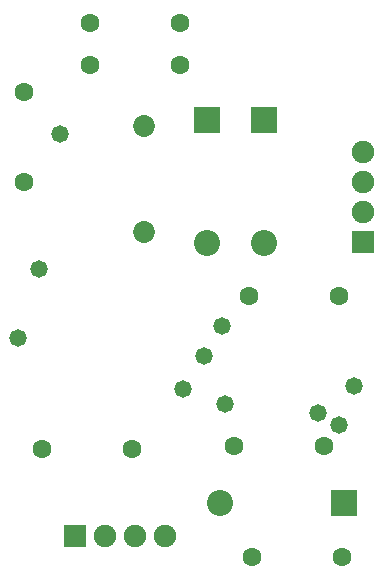
<source format=gbs>
G04 Layer_Color=16711935*
%FSLAX25Y25*%
%MOIN*%
G70*
G01*
G75*
%ADD42C,0.06312*%
%ADD43R,0.08674X0.08674*%
%ADD44C,0.08674*%
%ADD45C,0.07493*%
%ADD46R,0.07493X0.07493*%
%ADD47R,0.08674X0.08674*%
%ADD48C,0.07296*%
%ADD49R,0.07493X0.07493*%
%ADD50C,0.05800*%
D42*
X207000Y97000D02*
D03*
X237000D02*
D03*
X231000Y134000D02*
D03*
X201000D02*
D03*
X236000Y184000D02*
D03*
X206000D02*
D03*
X131000Y252000D02*
D03*
Y222000D02*
D03*
X153000Y275000D02*
D03*
X183000D02*
D03*
X153000Y261000D02*
D03*
X183000D02*
D03*
X167000Y133000D02*
D03*
X137000D02*
D03*
D43*
X237591Y115000D02*
D03*
D44*
X196409D02*
D03*
X192000Y201409D02*
D03*
X211000D02*
D03*
D45*
X178000Y104000D02*
D03*
X168000D02*
D03*
X158000D02*
D03*
X244000Y232000D02*
D03*
Y222000D02*
D03*
Y212000D02*
D03*
D46*
X148000Y104000D02*
D03*
D47*
X192000Y242590D02*
D03*
X211000D02*
D03*
D48*
X171000Y205283D02*
D03*
Y240717D02*
D03*
D49*
X244000Y202000D02*
D03*
D50*
X236000Y141000D02*
D03*
X197000Y174000D02*
D03*
X198000Y148000D02*
D03*
X143000Y238000D02*
D03*
X129000Y170000D02*
D03*
X184000Y153000D02*
D03*
X191000Y164000D02*
D03*
X241000Y154000D02*
D03*
X229000Y145000D02*
D03*
X136000Y193000D02*
D03*
M02*

</source>
